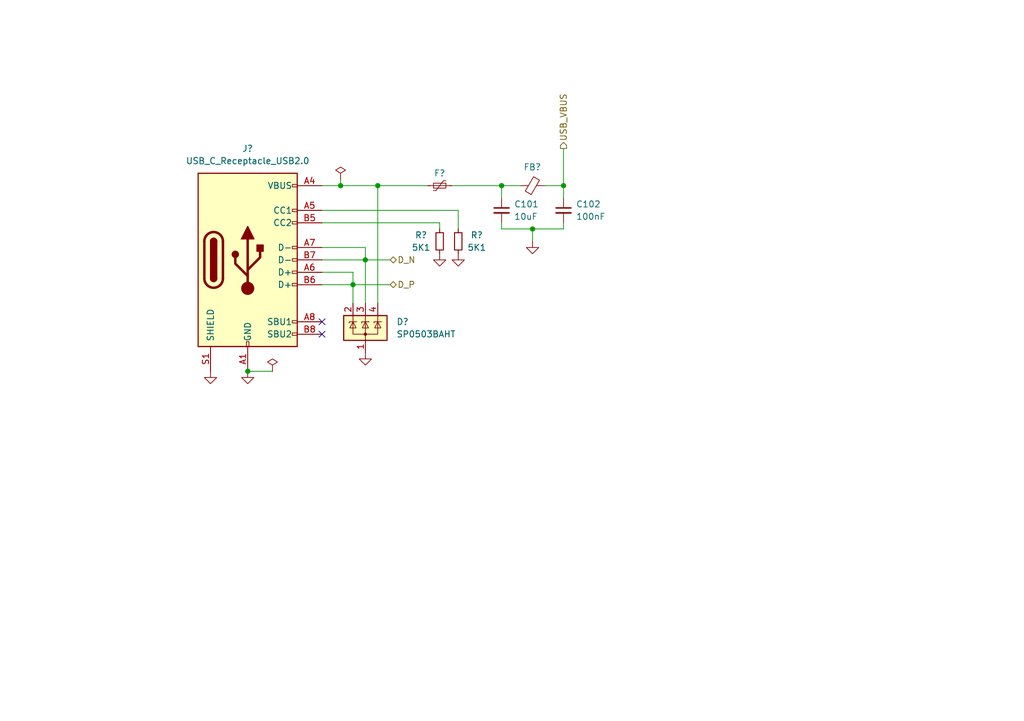
<source format=kicad_sch>
(kicad_sch (version 20230121) (generator eeschema)
  (paper "A5")
  (lib_symbols
    (symbol "Connector:USB_C_Receptacle_USB2.0" (pin_names (offset 1.016))
      (property "Reference" "J" (at -10.16 19.05 0))
      (property "Value" "USB_C_Receptacle_USB2.0" (at 19.05 19.05 0))
      (symbol "USB_C_Receptacle_USB2.0_0_0"
        (rectangle (start -0.254 -17.78) (end 0.254 -16.764))
        (rectangle (start 10.16 -14.986) (end 9.144 -15.494))
        (rectangle (start 10.16 -12.446) (end 9.144 -12.954))
        (rectangle (start 10.16 -4.826) (end 9.144 -5.334))
        (rectangle (start 10.16 -2.286) (end 9.144 -2.794))
        (rectangle (start 10.16 0.254) (end 9.144 -0.254))
        (rectangle (start 10.16 2.794) (end 9.144 2.286))
        (rectangle (start 10.16 7.874) (end 9.144 7.366))
        (rectangle (start 10.16 10.414) (end 9.144 9.906))
        (rectangle (start 10.16 15.494) (end 9.144 14.986))
      )
      (symbol "USB_C_Receptacle_USB2.0_0_1"
        (rectangle (start -10.16 17.78) (end 10.16 -17.78) (stroke (width 0.254)) (fill (type background)))
        (arc (start -8.89 -3.81) (mid -6.985 -5.7067) (end -5.08 -3.81) (stroke (width 0.508)))
        (arc (start -7.62 -3.81) (mid -6.985 -4.4423) (end -6.35 -3.81) (stroke (width 0.254)))
        (arc (start -7.62 -3.81) (mid -6.985 -4.4423) (end -6.35 -3.81) (stroke (width 0.254)) (fill (type outline)))
        (rectangle (start -7.62 -3.81) (end -6.35 3.81) (stroke (width 0.254)) (fill (type outline)))
        (arc (start -6.35 3.81) (mid -6.985 4.4423) (end -7.62 3.81) (stroke (width 0.254)))
        (arc (start -6.35 3.81) (mid -6.985 4.4423) (end -7.62 3.81) (stroke (width 0.254)) (fill (type outline)))
        (arc (start -5.08 3.81) (mid -6.985 5.7067) (end -8.89 3.81) (stroke (width 0.508)))
        (circle (center -2.54 1.143) (radius 0.635) (stroke (width 0.254)) (fill (type outline)))
        (circle (center 0 -5.842) (radius 1.27) (fill (type outline)))
        (polyline (pts (xy -8.89 -3.81) (xy -8.89 3.81)) (stroke (width 0.508)))
        (polyline (pts (xy -5.08 3.81) (xy -5.08 -3.81)) (stroke (width 0.508)))
        (polyline (pts (xy 0 -5.842) (xy 0 4.318)) (stroke (width 0.508)))
        (polyline (pts (xy 0 -3.302) (xy -2.54 -0.762) (xy -2.54 0.508)) (stroke (width 0.508)))
        (polyline (pts (xy 0 -2.032) (xy 2.54 0.508) (xy 2.54 1.778)) (stroke (width 0.508)))
        (polyline (pts (xy -1.27 4.318) (xy 0 6.858) (xy 1.27 4.318) (xy -1.27 4.318)) (stroke (width 0.254)) (fill (type outline)))
        (rectangle (start 1.905 1.778) (end 3.175 3.048) (stroke (width 0.254)) (fill (type outline)))
      )
      (symbol "USB_C_Receptacle_USB2.0_1_1"
        (pin passive line (at 0 -22.86 90) (length 5.08) (name "GND") (number "A1"))
        (pin passive line (at 0 -22.86 90) (length 5.08) hide (name "GND") (number "A12"))
        (pin passive line (at 15.24 15.24 180) (length 5.08) (name "VBUS") (number "A4"))
        (pin bidirectional line (at 15.24 10.16 180) (length 5.08) (name "CC1") (number "A5"))
        (pin bidirectional line (at 15.24 -2.54 180) (length 5.08) (name "D+") (number "A6"))
        (pin bidirectional line (at 15.24 2.54 180) (length 5.08) (name "D-") (number "A7"))
        (pin bidirectional line (at 15.24 -12.7 180) (length 5.08) (name "SBU1") (number "A8"))
        (pin passive line (at 15.24 15.24 180) (length 5.08) hide (name "VBUS") (number "A9"))
        (pin passive line (at 0 -22.86 90) (length 5.08) hide (name "GND") (number "B1"))
        (pin passive line (at 0 -22.86 90) (length 5.08) hide (name "GND") (number "B12"))
        (pin passive line (at 15.24 15.24 180) (length 5.08) hide (name "VBUS") (number "B4"))
        (pin bidirectional line (at 15.24 7.62 180) (length 5.08) (name "CC2") (number "B5"))
        (pin bidirectional line (at 15.24 -5.08 180) (length 5.08) (name "D+") (number "B6"))
        (pin bidirectional line (at 15.24 0 180) (length 5.08) (name "D-") (number "B7"))
        (pin bidirectional line (at 15.24 -15.24 180) (length 5.08) (name "SBU2") (number "B8"))
        (pin passive line (at 15.24 15.24 180) (length 5.08) hide (name "VBUS") (number "B9"))
        (pin passive line (at -7.62 -22.86 90) (length 5.08) (name "SHIELD") (number "S1"))
      )
    )
    (symbol "Device:C_Small" (pin_numbers hide) (pin_names (offset 0.254) hide)
      (property "Reference" "C" (at 0.254 1.778 0))
      (property "Value" "C_Small" (at 0.254 -2.032 0))
      (symbol "C_Small_0_1"
        (polyline (pts (xy -1.524 -0.508) (xy 1.524 -0.508)) (stroke (width 0.3302)))
        (polyline (pts (xy -1.524 0.508) (xy 1.524 0.508)) (stroke (width 0.3048)))
      )
      (symbol "C_Small_1_1"
        (pin passive line (at 0 2.54 270) (length 2.032) (name "~") (number "1"))
        (pin passive line (at 0 -2.54 90) (length 2.032) (name "~") (number "2"))
      )
    )
    (symbol "Device:FerriteBead_Small" (pin_numbers hide) (pin_names (offset 0))
      (property "Reference" "FB" (at 1.905 1.27 0))
      (property "Value" "FerriteBead_Small" (at 1.905 -1.27 0))
      (symbol "FerriteBead_Small_0_1"
        (polyline (pts (xy 0 -1.27) (xy 0 -0.7874)))
        (polyline (pts (xy 0 0.889) (xy 0 1.2954)))
        (polyline (pts (xy -1.8288 0.2794) (xy -1.1176 1.4986) (xy 1.8288 -0.2032) (xy 1.1176 -1.4224) (xy -1.8288 0.2794)))
      )
      (symbol "FerriteBead_Small_1_1"
        (pin passive line (at 0 2.54 270) (length 1.27) (name "~") (number "1"))
        (pin passive line (at 0 -2.54 90) (length 1.27) (name "~") (number "2"))
      )
    )
    (symbol "Device:Polyfuse_Small" (pin_numbers hide) (pin_names (offset 0))
      (property "Reference" "F" (at -1.905 0 90))
      (property "Value" "Polyfuse_Small" (at 1.905 0 90))
      (symbol "Polyfuse_Small_0_1"
        (rectangle (start -0.508 1.27) (end 0.508 -1.27))
        (polyline (pts (xy 0 2.54) (xy 0 -2.54)))
        (polyline (pts (xy -1.016 1.27) (xy -1.016 0.762) (xy 1.016 -0.762) (xy 1.016 -1.27)))
      )
      (symbol "Polyfuse_Small_1_1"
        (pin passive line (at 0 2.54 270) (length 0.635) (name "~") (number "1"))
        (pin passive line (at 0 -2.54 90) (length 0.635) (name "~") (number "2"))
      )
    )
    (symbol "Device:R_Small" (pin_numbers hide) (pin_names (offset 0.254) hide)
      (property "Reference" "R" (at 0.762 0.508 0))
      (property "Value" "R_Small" (at 0.762 -1.016 0))
      (symbol "R_Small_0_1"
        (rectangle (start -0.762 1.778) (end 0.762 -1.778) (stroke (width 0.2032)))
      )
      (symbol "R_Small_1_1"
        (pin passive line (at 0 2.54 270) (length 0.762) (name "~") (number "1"))
        (pin passive line (at 0 -2.54 90) (length 0.762) (name "~") (number "2"))
      )
    )
    (symbol "Power_Protection:SP0503BAHT" (pin_names hide)
      (property "Reference" "D" (at 5.715 2.54 0))
      (property "Value" "SP0503BAHT" (at 5.715 0.635 0))
      (symbol "SP0503BAHT_0_0"
        (pin passive line (at 0 -5.08 90) (length 2.54) (name "A") (number "1"))
      )
      (symbol "SP0503BAHT_0_1"
        (rectangle (start -4.445 2.54) (end 4.445 -2.54) (stroke (width 0.254)) (fill (type background)))
        (circle (center 0 -1.27) (radius 0.254) (fill (type outline)))
        (polyline (pts (xy -2.54 2.54) (xy -2.54 1.27)))
        (polyline (pts (xy 0 -1.27) (xy 0 -2.54)))
        (polyline (pts (xy 0 -1.27) (xy 0 1.27)))
        (polyline (pts (xy 0 2.54) (xy 0 1.27)))
        (polyline (pts (xy 0.635 1.27) (xy 0.762 1.27)))
        (polyline (pts (xy 2.54 2.54) (xy 2.54 1.27)))
        (polyline (pts (xy 0.635 1.27) (xy -0.762 1.27) (xy -0.762 1.016)))
        (polyline (pts (xy -3.302 1.016) (xy -3.302 1.27) (xy -1.905 1.27) (xy -1.778 1.27)))
        (polyline (pts (xy -2.54 1.27) (xy -2.54 -1.27) (xy 2.54 -1.27) (xy 2.54 1.27)))
        (polyline (pts (xy -2.54 1.27) (xy -1.905 0) (xy -3.175 0) (xy -2.54 1.27)))
        (polyline (pts (xy 0.635 0) (xy -0.635 0) (xy 0 1.27) (xy 0.635 0)))
        (polyline (pts (xy 1.778 1.016) (xy 1.778 1.27) (xy 3.175 1.27) (xy 3.302 1.27)))
        (polyline (pts (xy 2.54 1.27) (xy 1.905 0) (xy 3.175 0) (xy 2.54 1.27)))
      )
      (symbol "SP0503BAHT_1_1"
        (pin passive line (at -2.54 5.08 270) (length 2.54) (name "K") (number "2"))
        (pin passive line (at 0 5.08 270) (length 2.54) (name "K") (number "3"))
        (pin passive line (at 2.54 5.08 270) (length 2.54) (name "K") (number "4"))
      )
    )
    (symbol "power:GND" (power) (pin_names (offset 0))
      (property "Value" "GND" (at 0 -3.81 0))
      (symbol "GND_0_1"
        (polyline (pts (xy 0 0) (xy 0 -1.27) (xy 1.27 -1.27) (xy 0 -2.54) (xy -1.27 -1.27) (xy 0 -1.27)))
      )
      (symbol "GND_1_1"
        (pin power_in line (at 0 0 270) (length 0) hide (name "GND") (number "1"))
      )
    )
    (symbol "power:PWR_FLAG" (power) (pin_numbers hide) (pin_names (offset 0) hide)
      (property "Value" "PWR_FLAG" (at 0 3.81 0))
      (symbol "PWR_FLAG_0_0"
        (pin power_out line (at 0 0 90) (length 0) (name "pwr") (number "1"))
      )
      (symbol "PWR_FLAG_0_1"
        (polyline (pts (xy 0 0) (xy 0 1.27) (xy -1.016 1.905) (xy 0 2.54) (xy 1.016 1.905) (xy 0 1.27)))
      )
    )
  )
  (junction (at 109.22 46.99))
  (junction (at 74.93 53.34))
  (junction (at 102.87 38.1))
  (junction (at 69.85 38.1))
  (junction (at 72.39 58.42))
  (junction (at 77.47 38.1))
  (junction (at 115.57 38.1))
  (junction (at 50.8 76.2))
  (no_connect (at 66.04 66.04))
  (no_connect (at 66.04 68.58))
  (wire (pts (xy 74.93 53.34) (xy 80.01 53.34)))
  (wire (pts (xy 115.57 30.48) (xy 115.57 38.1)))
  (wire (pts (xy 72.39 58.42) (xy 80.01 58.42)))
  (wire (pts (xy 115.57 46.99) (xy 115.57 45.72)))
  (wire (pts (xy 109.22 46.99) (xy 115.57 46.99)))
  (wire (pts (xy 74.93 53.34) (xy 74.93 62.23)))
  (wire (pts (xy 102.87 40.64) (xy 102.87 38.1)))
  (wire (pts (xy 66.04 53.34) (xy 74.93 53.34)))
  (wire (pts (xy 66.04 55.88) (xy 72.39 55.88)))
  (wire (pts (xy 93.98 43.18) (xy 93.98 46.99)))
  (wire (pts (xy 69.85 38.1) (xy 77.47 38.1)))
  (wire (pts (xy 102.87 38.1) (xy 106.68 38.1)))
  (wire (pts (xy 66.04 58.42) (xy 72.39 58.42)))
  (wire (pts (xy 66.04 38.1) (xy 69.85 38.1)))
  (wire (pts (xy 77.47 38.1) (xy 77.47 62.23)))
  (wire (pts (xy 109.22 46.99) (xy 102.87 46.99)))
  (wire (pts (xy 74.93 50.8) (xy 74.93 53.34)))
  (wire (pts (xy 66.04 50.8) (xy 74.93 50.8)))
  (wire (pts (xy 72.39 58.42) (xy 72.39 62.23)))
  (wire (pts (xy 77.47 38.1) (xy 87.63 38.1)))
  (wire (pts (xy 115.57 38.1) (xy 111.76 38.1)))
  (wire (pts (xy 115.57 38.1) (xy 115.57 40.64)))
  (wire (pts (xy 66.04 43.18) (xy 93.98 43.18)))
  (wire (pts (xy 90.17 45.72) (xy 90.17 46.99)))
  (wire (pts (xy 69.85 36.83) (xy 69.85 38.1)))
  (wire (pts (xy 102.87 46.99) (xy 102.87 45.72)))
  (wire (pts (xy 50.8 76.2) (xy 55.88 76.2)))
  (wire (pts (xy 72.39 55.88) (xy 72.39 58.42)))
  (wire (pts (xy 109.22 49.53) (xy 109.22 46.99)))
  (wire (pts (xy 66.04 45.72) (xy 90.17 45.72)))
  (wire (pts (xy 92.71 38.1) (xy 102.87 38.1)))
  (hierarchical_label "D_P" (shape bidirectional) (at 80.01 58.42 0))
  (hierarchical_label "D_N" (shape bidirectional) (at 80.01 53.34 0))
  (hierarchical_label "USB_VBUS" (shape output) (at 115.57 30.48 90))
  (symbol (lib_id "power:GND") (at 90.17 52.07 0) (unit 1)
    (property "Reference" "#PWR?" (effects hide))
    (property "Value" "GND" (effects hide))
    (instances (project "arudino-clone" (path "" (reference "#PWR?") (unit 1)) (path "" (reference "#PWR0202") (unit 1))))
  )
  (symbol (lib_id "Power_Protection:SP0503BAHT") (at 74.93 67.31 0) (unit 1)
    (property "Reference" "D?" (at 81.28 66.0399 0) (effects (justify left)))
    (property "Value" "SP0503BAHT" (at 81.28 68.5799 0) (effects (justify left)))
    (property "Footprint" "Package_TO_SOT_SMD:SOT-143" (effects hide))
    (property "Datasheet" "http://www.littelfuse.com/~/media/files/littelfuse/technical%20resources/documents/data%20sheets/sp05xxba.pdf" (effects hide))
    (property "LCSC" "C7074" (effects hide))
    (instances (project "arudino-clone" (path "" (reference "D?") (unit 1)) (path "" (reference "D201") (unit 1))))
  )
  (symbol (lib_id "power:GND") (at 43.18 76.2 0) (unit 1)
    (property "Reference" "#PWR?" (effects hide))
    (property "Value" "GND" (effects hide))
    (instances (project "arudino-clone" (path "" (reference "#PWR?") (unit 1)) (path "" (reference "#PWR0205") (unit 1))))
  )
  (symbol (lib_id "Connector:USB_C_Receptacle_USB2.0") (at 50.8 53.34 0) (unit 1)
    (property "Reference" "J?" (at 50.8 30.48 0))
    (property "Value" "USB_C_Receptacle_USB2.0" (at 50.8 33.02 0))
    (property "Footprint" "User Custom Footprint:USB_C_Receptable_918-418K2023S40001" (effects hide))
    (property "Datasheet" "https://www.usb.org/sites/default/files/documents/usb_type-c.zip" (effects hide))
    (property "LCSC" "C2982555" (effects hide))
    (instances (project "arudino-clone" (path "" (reference "J?") (unit 1)) (path "" (reference "J201") (unit 1))))
  )
  (symbol (lib_id "Device:C_Small") (at 115.57 43.18 0) (unit 1)
    (property "Reference" "C102" (at 118.11 41.91 0) (effects (justify left)))
    (property "Value" "100nF" (at 118.11 44.45 0) (effects (justify left)))
    (property "Footprint" "Capacitor_SMD:C_0603_1608Metric" (effects hide))
    (property "LCSC" "C14663" (effects hide))
    (instances (project "arudino-clone" (path "" (reference "C102") (unit 1)) (path "" (reference "C202") (unit 1))))
  )
  (symbol (lib_id "Device:FerriteBead_Small") (at 109.22 38.1 90) (unit 1)
    (property "Reference" "FB?" (at 109.1819 34.29 90))
    (property "Value" "FerriteBead_Small" (effects hide))
    (property "Footprint" "Resistor_SMD:R_0805_2012Metric" (effects hide))
    (property "LCSC" "C74487" (effects hide))
    (instances (project "arudino-clone" (path "" (reference "FB?") (unit 1)) (path "" (reference "FB201") (unit 1))))
  )
  (symbol (lib_id "Device:R_Small") (at 90.17 49.53 180) (unit 1)
    (property "Reference" "R?" (at 86.36 48.26 0))
    (property "Value" "5K1" (at 86.36 50.8 0))
    (property "Footprint" "Capacitor_SMD:C_0603_1608Metric" (effects hide))
    (property "LCSC" "C23186" (effects hide))
    (instances (project "arudino-clone" (path "" (reference "R?") (unit 1)) (path "" (reference "R201") (unit 1))))
  )
  (symbol (lib_id "power:PWR_FLAG") (at 55.88 76.2 0) (unit 1)
    (property "Reference" "#FLG0202" (effects hide))
    (property "Value" "PWR_FLAG" (effects hide))
  )
  (symbol (lib_id "Device:R_Small") (at 93.98 49.53 0) (mirror x) (unit 1)
    (property "Reference" "R?" (at 97.79 48.26 0))
    (property "Value" "5K1" (at 97.79 50.8 0))
    (property "Footprint" "Capacitor_SMD:C_0603_1608Metric" (effects hide))
    (property "LCSC" "C23186" (effects hide))
    (instances (project "arudino-clone" (path "" (reference "R?") (unit 1)) (path "" (reference "R202") (unit 1))))
  )
  (symbol (lib_id "power:GND") (at 50.8 76.2 0) (unit 1)
    (property "Reference" "#PWR?" (effects hide))
    (property "Value" "GND" (effects hide))
    (instances (project "arudino-clone" (path "" (reference "#PWR?") (unit 1)) (path "" (reference "#PWR0206") (unit 1))))
  )
  (symbol (lib_id "power:GND") (at 93.98 52.07 0) (unit 1)
    (property "Reference" "#PWR?" (effects hide))
    (property "Value" "GND" (effects hide))
    (instances (project "arudino-clone" (path "" (reference "#PWR?") (unit 1)) (path "" (reference "#PWR0203") (unit 1))))
  )
  (symbol (lib_id "Device:C_Small") (at 102.87 43.18 0) (unit 1)
    (property "Reference" "C101" (at 105.41 41.91 0) (effects (justify left)))
    (property "Value" "10uF" (at 105.41 44.45 0) (effects (justify left)))
    (property "Footprint" "Capacitor_SMD:C_0805_2012Metric" (effects hide))
    (property "LCSC" "C15850" (effects hide))
    (instances (project "arudino-clone" (path "" (reference "C101") (unit 1)) (path "" (reference "C201") (unit 1))))
  )
  (symbol (lib_id "Device:Polyfuse_Small") (at 90.17 38.1 90) (unit 1)
    (property "Reference" "F?" (at 90.17 35.56 90))
    (property "Value" "Polyfuse_Small" (effects hide))
    (property "Footprint" "Fuse:Fuse_0603_1608Metric" (effects hide))
    (property "LCSC" "C2757930" (effects hide))
    (instances (project "arudino-clone" (path "" (reference "F?") (unit 1)) (path "" (reference "F201") (unit 1))))
  )
  (symbol (lib_id "power:GND") (at 74.93 72.39 0) (unit 1)
    (property "Reference" "#PWR?" (effects hide))
    (property "Value" "GND" (effects hide))
    (instances (project "arudino-clone" (path "" (reference "#PWR?") (unit 1)) (path "" (reference "#PWR0204") (unit 1))))
  )
  (symbol (lib_id "power:PWR_FLAG") (at 69.85 36.83 0) (unit 1)
    (property "Reference" "#FLG0201" (effects hide))
    (property "Value" "PWR_FLAG" (effects hide))
  )
  (symbol (lib_id "power:GND") (at 109.22 49.53 0) (unit 1)
    (property "Reference" "#PWR?" (effects hide))
    (property "Value" "GND" (effects hide))
    (instances (project "arudino-clone" (path "" (reference "#PWR?") (unit 1)) (path "" (reference "#PWR0201") (unit 1))))
  )
)
</source>
